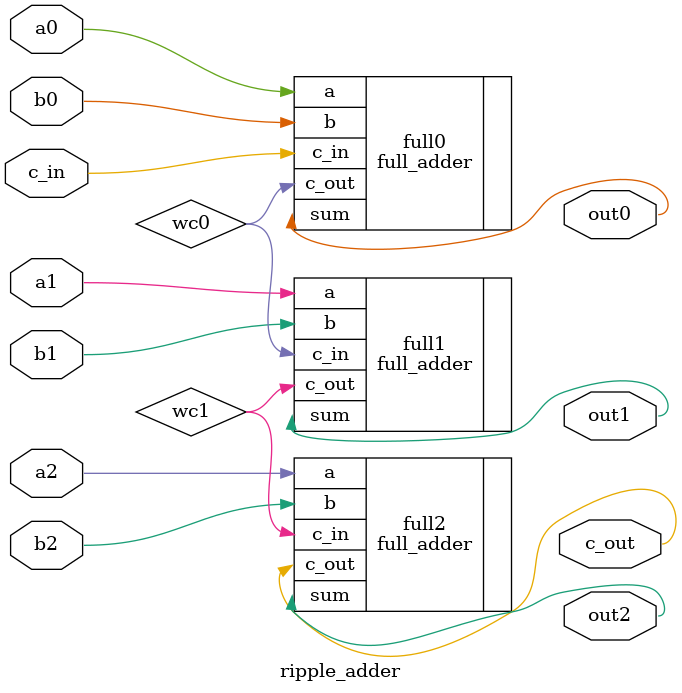
<source format=v>
`timescale 1ns / 1ps


module ripple_adder(
    input a0, input a1, input a2, 
    input b0, input b1, input b2, 
    input c_in, 
    output c_out, 
    output out0, output out1, output out2
    );
    
    wire wc0, wc1;
    
    full_adder full0(.c_out(wc0), .sum(out0), .c_in(c_in), .a(a0), .b(b0));
    full_adder full1(.c_out(wc1), .sum(out1), .c_in(wc0), .a(a1), .b(b1));
    full_adder full2(.c_out(c_out), .sum(out2), .c_in(wc1), .a(a2), .b(b2));
    
endmodule

</source>
